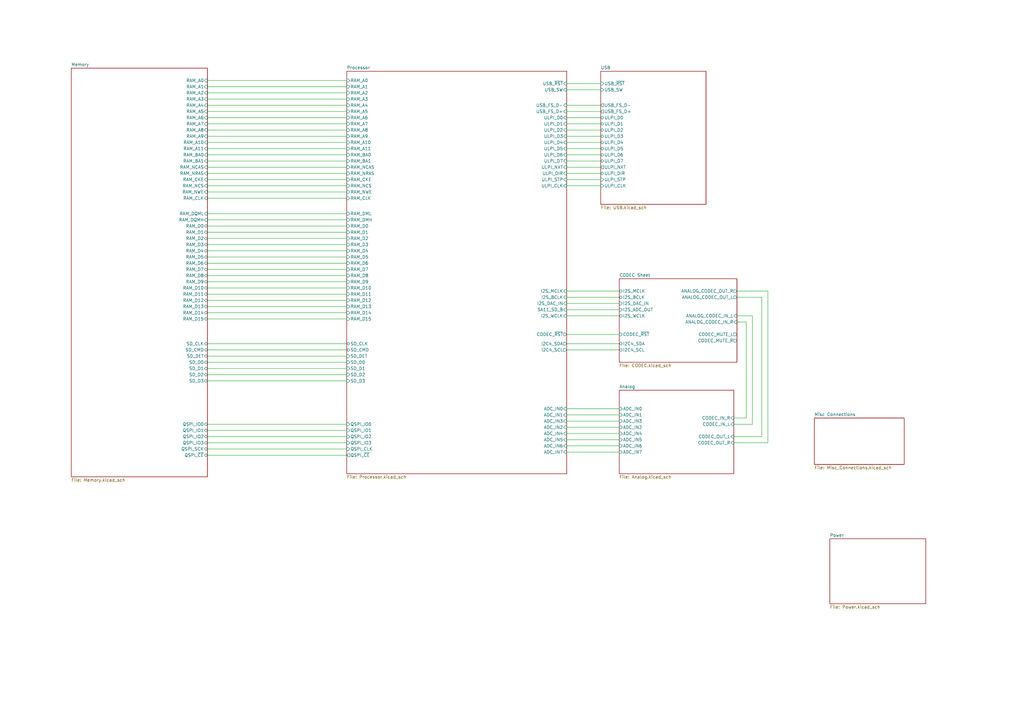
<source format=kicad_sch>
(kicad_sch
	(version 20231120)
	(generator "eeschema")
	(generator_version "8.0")
	(uuid "798c0084-a466-4267-ac47-01c305332886")
	(paper "A3")
	(lib_symbols)
	(wire
		(pts
			(xy 232.41 43.18) (xy 246.38 43.18)
		)
		(stroke
			(width 0)
			(type default)
		)
		(uuid "06ce5a3f-39fe-4ddc-97f4-16c217d2f6b5")
	)
	(wire
		(pts
			(xy 85.09 125.73) (xy 142.24 125.73)
		)
		(stroke
			(width 0)
			(type default)
		)
		(uuid "091727e5-a153-4a59-bf9c-24e3100ac739")
	)
	(wire
		(pts
			(xy 85.09 63.5) (xy 142.24 63.5)
		)
		(stroke
			(width 0)
			(type default)
		)
		(uuid "09901ea2-068c-4742-ae01-d414fec23055")
	)
	(wire
		(pts
			(xy 232.41 60.96) (xy 246.38 60.96)
		)
		(stroke
			(width 0)
			(type default)
		)
		(uuid "0f23ea14-2a9e-46b3-ace9-418f7c43c39e")
	)
	(wire
		(pts
			(xy 232.41 48.26) (xy 246.38 48.26)
		)
		(stroke
			(width 0)
			(type default)
		)
		(uuid "100ba16a-5602-47d2-a2b0-9b626b9f91a8")
	)
	(wire
		(pts
			(xy 232.41 182.88) (xy 254 182.88)
		)
		(stroke
			(width 0)
			(type default)
		)
		(uuid "128cfbf4-3896-49ea-80ba-1082fee1a4c6")
	)
	(wire
		(pts
			(xy 85.09 148.59) (xy 142.24 148.59)
		)
		(stroke
			(width 0)
			(type default)
		)
		(uuid "17b50dcc-370b-468c-ac00-5cc568b1ede6")
	)
	(wire
		(pts
			(xy 232.41 137.16) (xy 254 137.16)
		)
		(stroke
			(width 0)
			(type default)
		)
		(uuid "192b1d54-c25f-4dad-80ee-def684e8f042")
	)
	(wire
		(pts
			(xy 302.26 129.54) (xy 308.61 129.54)
		)
		(stroke
			(width 0)
			(type default)
		)
		(uuid "19846082-1065-4e36-95b0-c3cbc8db7f49")
	)
	(wire
		(pts
			(xy 232.41 50.8) (xy 246.38 50.8)
		)
		(stroke
			(width 0)
			(type default)
		)
		(uuid "1e0527cc-3dd5-42ea-941e-e921707f04c1")
	)
	(wire
		(pts
			(xy 85.09 156.21) (xy 142.24 156.21)
		)
		(stroke
			(width 0)
			(type default)
		)
		(uuid "20917b47-5493-4c52-8870-4b57178d7d11")
	)
	(wire
		(pts
			(xy 85.09 105.41) (xy 142.24 105.41)
		)
		(stroke
			(width 0)
			(type default)
		)
		(uuid "236b4224-085b-4003-8db1-058381ea2377")
	)
	(wire
		(pts
			(xy 85.09 53.34) (xy 142.24 53.34)
		)
		(stroke
			(width 0)
			(type default)
		)
		(uuid "23f0ef04-d266-4319-ad63-9dcb135711f2")
	)
	(wire
		(pts
			(xy 85.09 140.97) (xy 142.24 140.97)
		)
		(stroke
			(width 0)
			(type default)
		)
		(uuid "2aae7ecf-3f05-4e30-894a-a6b8aa55e819")
	)
	(wire
		(pts
			(xy 232.41 76.2) (xy 246.38 76.2)
		)
		(stroke
			(width 0)
			(type default)
		)
		(uuid "2afe1d43-66fc-46f5-922f-074c07e0d8c6")
	)
	(wire
		(pts
			(xy 232.41 180.34) (xy 254 180.34)
		)
		(stroke
			(width 0)
			(type default)
		)
		(uuid "318aa64e-6c50-4420-b49c-41109637ff9e")
	)
	(wire
		(pts
			(xy 300.99 171.45) (xy 306.07 171.45)
		)
		(stroke
			(width 0)
			(type default)
		)
		(uuid "31bb2de8-d617-4aed-8e87-dc02290c87c7")
	)
	(wire
		(pts
			(xy 85.09 151.13) (xy 142.24 151.13)
		)
		(stroke
			(width 0)
			(type default)
		)
		(uuid "32816b7c-da93-4d33-9d80-b7aeaa79407d")
	)
	(wire
		(pts
			(xy 232.41 119.38) (xy 254 119.38)
		)
		(stroke
			(width 0)
			(type default)
		)
		(uuid "341f02c0-92a6-4bbe-a7fe-0c07ee2f14ad")
	)
	(wire
		(pts
			(xy 85.09 102.87) (xy 142.24 102.87)
		)
		(stroke
			(width 0)
			(type default)
		)
		(uuid "3783cf21-92f0-4b7b-9a1c-5e25e711d1e5")
	)
	(wire
		(pts
			(xy 85.09 97.79) (xy 142.24 97.79)
		)
		(stroke
			(width 0)
			(type default)
		)
		(uuid "3b5ef220-f95b-4a42-aed0-cd2d736e6a7a")
	)
	(wire
		(pts
			(xy 306.07 132.08) (xy 302.26 132.08)
		)
		(stroke
			(width 0)
			(type default)
		)
		(uuid "3c6722ba-5ae9-4f5e-9b12-b3aab48c1b26")
	)
	(wire
		(pts
			(xy 312.42 121.92) (xy 312.42 179.07)
		)
		(stroke
			(width 0)
			(type default)
		)
		(uuid "3f4dd824-0083-44c7-afd9-bd9ae029f7c6")
	)
	(wire
		(pts
			(xy 232.41 143.51) (xy 254 143.51)
		)
		(stroke
			(width 0)
			(type default)
		)
		(uuid "410320fb-b5c3-4330-8ed6-6f9ed3f4976f")
	)
	(wire
		(pts
			(xy 308.61 173.99) (xy 300.99 173.99)
		)
		(stroke
			(width 0)
			(type default)
		)
		(uuid "433d6cf5-709a-40eb-8ee5-8a76b08f464b")
	)
	(wire
		(pts
			(xy 85.09 87.63) (xy 142.24 87.63)
		)
		(stroke
			(width 0)
			(type default)
		)
		(uuid "4b1ded95-e74f-466e-a5da-486c513ee5c1")
	)
	(wire
		(pts
			(xy 85.09 92.71) (xy 142.24 92.71)
		)
		(stroke
			(width 0)
			(type default)
		)
		(uuid "4cad250b-6bf0-4574-9529-cc3dceccf9dd")
	)
	(wire
		(pts
			(xy 232.41 127) (xy 254 127)
		)
		(stroke
			(width 0)
			(type default)
		)
		(uuid "50b0e87f-167f-4bf0-bf0b-3131cc8f817a")
	)
	(wire
		(pts
			(xy 232.41 55.88) (xy 246.38 55.88)
		)
		(stroke
			(width 0)
			(type default)
		)
		(uuid "52fd2d99-6738-41f9-a4ef-dc8299314ec1")
	)
	(wire
		(pts
			(xy 232.41 172.72) (xy 254 172.72)
		)
		(stroke
			(width 0)
			(type default)
		)
		(uuid "60588493-ff38-4baf-980e-46dc4bec0a3c")
	)
	(wire
		(pts
			(xy 232.41 63.5) (xy 246.38 63.5)
		)
		(stroke
			(width 0)
			(type default)
		)
		(uuid "614af7d3-4cd0-44e7-b291-12c999d70175")
	)
	(wire
		(pts
			(xy 85.09 186.69) (xy 142.24 186.69)
		)
		(stroke
			(width 0)
			(type default)
		)
		(uuid "62292adf-6e61-48b6-a802-b83d7d72a285")
	)
	(wire
		(pts
			(xy 85.09 107.95) (xy 142.24 107.95)
		)
		(stroke
			(width 0)
			(type default)
		)
		(uuid "640967fb-bb2d-4b8d-945a-a84f60cc0d29")
	)
	(wire
		(pts
			(xy 85.09 71.12) (xy 142.24 71.12)
		)
		(stroke
			(width 0)
			(type default)
		)
		(uuid "641fa45c-4b7b-4515-908e-0798394a65b9")
	)
	(wire
		(pts
			(xy 232.41 177.8) (xy 254 177.8)
		)
		(stroke
			(width 0)
			(type default)
		)
		(uuid "6c6ace8b-f257-4e49-8427-5f545db6a5ca")
	)
	(wire
		(pts
			(xy 85.09 113.03) (xy 142.24 113.03)
		)
		(stroke
			(width 0)
			(type default)
		)
		(uuid "6ca98f66-dff6-4867-8452-f16ce634cfa5")
	)
	(wire
		(pts
			(xy 85.09 123.19) (xy 142.24 123.19)
		)
		(stroke
			(width 0)
			(type default)
		)
		(uuid "6f08aa23-2a50-4a4b-bb97-ec07dcab2118")
	)
	(wire
		(pts
			(xy 312.42 179.07) (xy 300.99 179.07)
		)
		(stroke
			(width 0)
			(type default)
		)
		(uuid "78c4cec4-cc94-4870-8e4d-84e12cf848e4")
	)
	(wire
		(pts
			(xy 85.09 130.81) (xy 142.24 130.81)
		)
		(stroke
			(width 0)
			(type default)
		)
		(uuid "79531d2e-05de-45a3-b5e1-67b045d29d39")
	)
	(wire
		(pts
			(xy 85.09 181.61) (xy 142.24 181.61)
		)
		(stroke
			(width 0)
			(type default)
		)
		(uuid "7b3150cf-c7f4-4c6c-aef7-ee3c3de9031d")
	)
	(wire
		(pts
			(xy 306.07 171.45) (xy 306.07 132.08)
		)
		(stroke
			(width 0)
			(type default)
		)
		(uuid "7ca97c65-6b07-4cc7-a2fe-80b6774ad00c")
	)
	(wire
		(pts
			(xy 232.41 121.92) (xy 254 121.92)
		)
		(stroke
			(width 0)
			(type default)
		)
		(uuid "7ce31b8f-910d-4515-9646-bc923ec09f96")
	)
	(wire
		(pts
			(xy 85.09 35.56) (xy 142.24 35.56)
		)
		(stroke
			(width 0)
			(type default)
		)
		(uuid "80aa04a4-6533-4728-a8c4-56a8adf0acaf")
	)
	(wire
		(pts
			(xy 85.09 184.15) (xy 142.24 184.15)
		)
		(stroke
			(width 0)
			(type default)
		)
		(uuid "819353b6-de00-43f5-8b9d-7f8d33fd13b3")
	)
	(wire
		(pts
			(xy 85.09 173.99) (xy 142.24 173.99)
		)
		(stroke
			(width 0)
			(type default)
		)
		(uuid "83135b78-5682-45ca-9f08-870d7fee29c2")
	)
	(wire
		(pts
			(xy 85.09 38.1) (xy 142.24 38.1)
		)
		(stroke
			(width 0)
			(type default)
		)
		(uuid "8381cacf-befb-4b0a-ab5e-2ddeab241e18")
	)
	(wire
		(pts
			(xy 232.41 66.04) (xy 246.38 66.04)
		)
		(stroke
			(width 0)
			(type default)
		)
		(uuid "890e18c4-5333-48b7-bc88-5a305566583a")
	)
	(wire
		(pts
			(xy 85.09 95.25) (xy 142.24 95.25)
		)
		(stroke
			(width 0)
			(type default)
		)
		(uuid "8b0cb0b8-58da-4cf6-8f92-62ea3c63bf0a")
	)
	(wire
		(pts
			(xy 232.41 53.34) (xy 246.38 53.34)
		)
		(stroke
			(width 0)
			(type default)
		)
		(uuid "8e10bf3c-f5d3-4137-b83e-897ef18cc2e6")
	)
	(wire
		(pts
			(xy 85.09 76.2) (xy 142.24 76.2)
		)
		(stroke
			(width 0)
			(type default)
		)
		(uuid "915a789d-5475-40cc-9ef8-b8e0ef513d44")
	)
	(wire
		(pts
			(xy 85.09 81.28) (xy 142.24 81.28)
		)
		(stroke
			(width 0)
			(type default)
		)
		(uuid "92fcfd93-5665-4e9f-99c2-d0bfa3de8042")
	)
	(wire
		(pts
			(xy 85.09 40.64) (xy 142.24 40.64)
		)
		(stroke
			(width 0)
			(type default)
		)
		(uuid "95c1f4c4-878b-4926-9e31-55e756f05390")
	)
	(wire
		(pts
			(xy 85.09 179.07) (xy 142.24 179.07)
		)
		(stroke
			(width 0)
			(type default)
		)
		(uuid "9718e32e-95eb-4089-b756-d7aafba8ee78")
	)
	(wire
		(pts
			(xy 85.09 78.74) (xy 142.24 78.74)
		)
		(stroke
			(width 0)
			(type default)
		)
		(uuid "9e238578-3de8-47db-ab2b-535a75e2a2a2")
	)
	(wire
		(pts
			(xy 85.09 110.49) (xy 142.24 110.49)
		)
		(stroke
			(width 0)
			(type default)
		)
		(uuid "a09f25be-caff-48ea-9143-120c68a52564")
	)
	(wire
		(pts
			(xy 232.41 175.26) (xy 254 175.26)
		)
		(stroke
			(width 0)
			(type default)
		)
		(uuid "a40e8b9d-b76a-411e-924c-71a9d5e375a2")
	)
	(wire
		(pts
			(xy 85.09 48.26) (xy 142.24 48.26)
		)
		(stroke
			(width 0)
			(type default)
		)
		(uuid "a481c8b8-340b-4f03-9a1c-5a4b5dbf7ae7")
	)
	(wire
		(pts
			(xy 85.09 120.65) (xy 142.24 120.65)
		)
		(stroke
			(width 0)
			(type default)
		)
		(uuid "a4a46e31-ce6f-45d9-9ddc-1dd7b3159eff")
	)
	(wire
		(pts
			(xy 85.09 73.66) (xy 142.24 73.66)
		)
		(stroke
			(width 0)
			(type default)
		)
		(uuid "a868127b-1f42-47a9-a58a-7ec766b48b36")
	)
	(wire
		(pts
			(xy 85.09 33.02) (xy 142.24 33.02)
		)
		(stroke
			(width 0)
			(type default)
		)
		(uuid "aa089e6e-8a82-4dfe-9eaa-abdca174273d")
	)
	(wire
		(pts
			(xy 232.41 36.83) (xy 246.38 36.83)
		)
		(stroke
			(width 0)
			(type default)
		)
		(uuid "aa44d357-1458-4fc1-a997-6b81f2f29ce6")
	)
	(wire
		(pts
			(xy 232.41 140.97) (xy 254 140.97)
		)
		(stroke
			(width 0)
			(type default)
		)
		(uuid "ab1783c6-264f-4ae6-a548-707fde39a89c")
	)
	(wire
		(pts
			(xy 85.09 146.05) (xy 142.24 146.05)
		)
		(stroke
			(width 0)
			(type default)
		)
		(uuid "ae3b65bf-3923-4a96-8651-7bf5902823c7")
	)
	(wire
		(pts
			(xy 314.96 119.38) (xy 302.26 119.38)
		)
		(stroke
			(width 0)
			(type default)
		)
		(uuid "ae45220a-c83c-451b-8169-231106ddaea1")
	)
	(wire
		(pts
			(xy 314.96 181.61) (xy 314.96 119.38)
		)
		(stroke
			(width 0)
			(type default)
		)
		(uuid "b1370269-cf6c-406e-b1a3-3c7ed7fefb2a")
	)
	(wire
		(pts
			(xy 232.41 185.42) (xy 254 185.42)
		)
		(stroke
			(width 0)
			(type default)
		)
		(uuid "b1e47e11-ae2c-4271-b78b-0dda8b5058f9")
	)
	(wire
		(pts
			(xy 85.09 68.58) (xy 142.24 68.58)
		)
		(stroke
			(width 0)
			(type default)
		)
		(uuid "b547a98a-d5d5-4d7f-b265-b0cdd74ee29c")
	)
	(wire
		(pts
			(xy 232.41 170.18) (xy 254 170.18)
		)
		(stroke
			(width 0)
			(type default)
		)
		(uuid "b6d877c3-c512-4ed4-b83f-aca8396867d0")
	)
	(wire
		(pts
			(xy 85.09 153.67) (xy 142.24 153.67)
		)
		(stroke
			(width 0)
			(type default)
		)
		(uuid "ba67f21d-5621-4c3f-b3c4-3d1d6546886c")
	)
	(wire
		(pts
			(xy 232.41 34.29) (xy 246.38 34.29)
		)
		(stroke
			(width 0)
			(type default)
		)
		(uuid "bc8501d9-260c-4915-b018-6e2b1cab08bc")
	)
	(wire
		(pts
			(xy 85.09 58.42) (xy 142.24 58.42)
		)
		(stroke
			(width 0)
			(type default)
		)
		(uuid "be671335-5cf5-4382-82e9-5fe15c029665")
	)
	(wire
		(pts
			(xy 232.41 68.58) (xy 246.38 68.58)
		)
		(stroke
			(width 0)
			(type default)
		)
		(uuid "c57928ae-6b06-4885-b7c3-3f10cc6d7d84")
	)
	(wire
		(pts
			(xy 308.61 129.54) (xy 308.61 173.99)
		)
		(stroke
			(width 0)
			(type default)
		)
		(uuid "c6126b9f-9dac-405f-9037-3945abe78482")
	)
	(wire
		(pts
			(xy 85.09 100.33) (xy 142.24 100.33)
		)
		(stroke
			(width 0)
			(type default)
		)
		(uuid "c697f85b-6fcc-4857-b3a8-689d0eed3a5d")
	)
	(wire
		(pts
			(xy 300.99 181.61) (xy 314.96 181.61)
		)
		(stroke
			(width 0)
			(type default)
		)
		(uuid "c77a1186-ce6d-4005-ab07-50e5a349d7dd")
	)
	(wire
		(pts
			(xy 85.09 143.51) (xy 142.24 143.51)
		)
		(stroke
			(width 0)
			(type default)
		)
		(uuid "c81b79fa-26f0-41a7-8367-840f1a800b04")
	)
	(wire
		(pts
			(xy 232.41 124.46) (xy 254 124.46)
		)
		(stroke
			(width 0)
			(type default)
		)
		(uuid "c9a2dc07-7b62-4016-9cd3-585171b649bf")
	)
	(wire
		(pts
			(xy 232.41 45.72) (xy 246.38 45.72)
		)
		(stroke
			(width 0)
			(type default)
		)
		(uuid "cce8bc7c-7d65-4204-8081-f884d894e95a")
	)
	(wire
		(pts
			(xy 85.09 55.88) (xy 142.24 55.88)
		)
		(stroke
			(width 0)
			(type default)
		)
		(uuid "cdc21a55-cf36-4361-8a26-4e56f73f76c7")
	)
	(wire
		(pts
			(xy 85.09 90.17) (xy 142.24 90.17)
		)
		(stroke
			(width 0)
			(type default)
		)
		(uuid "d566dbb9-99d3-4fd0-ba09-39f3aa0649f7")
	)
	(wire
		(pts
			(xy 85.09 176.53) (xy 142.24 176.53)
		)
		(stroke
			(width 0)
			(type default)
		)
		(uuid "d80d828b-cb9c-4b17-8e61-7946ff7cff12")
	)
	(wire
		(pts
			(xy 232.41 71.12) (xy 246.38 71.12)
		)
		(stroke
			(width 0)
			(type default)
		)
		(uuid "de06fb50-7ae8-42f8-a617-2e3162a4da5e")
	)
	(wire
		(pts
			(xy 232.41 73.66) (xy 246.38 73.66)
		)
		(stroke
			(width 0)
			(type default)
		)
		(uuid "e0638169-a083-4941-b712-f43317000f1a")
	)
	(wire
		(pts
			(xy 85.09 45.72) (xy 142.24 45.72)
		)
		(stroke
			(width 0)
			(type default)
		)
		(uuid "e11aaad3-8565-4527-b5cf-493a53f42c17")
	)
	(wire
		(pts
			(xy 232.41 167.64) (xy 254 167.64)
		)
		(stroke
			(width 0)
			(type default)
		)
		(uuid "e125e66c-3cc5-4ab4-b102-8fafb3793b4d")
	)
	(wire
		(pts
			(xy 85.09 118.11) (xy 142.24 118.11)
		)
		(stroke
			(width 0)
			(type default)
		)
		(uuid "e7ab5b79-5880-4bec-a13a-6228b5e68b92")
	)
	(wire
		(pts
			(xy 232.41 58.42) (xy 246.38 58.42)
		)
		(stroke
			(width 0)
			(type default)
		)
		(uuid "e9f77ab2-d73c-450b-8341-3c97a097af3c")
	)
	(wire
		(pts
			(xy 85.09 60.96) (xy 142.24 60.96)
		)
		(stroke
			(width 0)
			(type default)
		)
		(uuid "ec5fd089-9932-41a0-8243-788c85f06396")
	)
	(wire
		(pts
			(xy 85.09 128.27) (xy 142.24 128.27)
		)
		(stroke
			(width 0)
			(type default)
		)
		(uuid "ecbb0bba-9022-4d5e-b813-7b3c31c609c7")
	)
	(wire
		(pts
			(xy 302.26 121.92) (xy 312.42 121.92)
		)
		(stroke
			(width 0)
			(type default)
		)
		(uuid "ed18c54e-1751-40b3-87b6-2d58245461aa")
	)
	(wire
		(pts
			(xy 85.09 43.18) (xy 142.24 43.18)
		)
		(stroke
			(width 0)
			(type default)
		)
		(uuid "efa37971-8cee-4f2f-9311-e3ef34c060a0")
	)
	(wire
		(pts
			(xy 85.09 50.8) (xy 142.24 50.8)
		)
		(stroke
			(width 0)
			(type default)
		)
		(uuid "f0e13a15-fea4-4d52-8eb5-8d276d507b61")
	)
	(wire
		(pts
			(xy 85.09 66.04) (xy 142.24 66.04)
		)
		(stroke
			(width 0)
			(type default)
		)
		(uuid "f5692f1f-3f65-49ca-b65c-8831fd9d294d")
	)
	(wire
		(pts
			(xy 85.09 115.57) (xy 142.24 115.57)
		)
		(stroke
			(width 0)
			(type default)
		)
		(uuid "f73e7918-307e-4ba8-a9df-26344a9ea869")
	)
	(wire
		(pts
			(xy 232.41 129.54) (xy 254 129.54)
		)
		(stroke
			(width 0)
			(type default)
		)
		(uuid "fe090bd7-adcc-4c25-ae0a-889fd1216fd8")
	)
	(sheet
		(at 142.24 29.21)
		(size 90.17 165.1)
		(fields_autoplaced yes)
		(stroke
			(width 0.1524)
			(type solid)
		)
		(fill
			(color 0 0 0 0.0000)
		)
		(uuid "13c10ade-6f8b-4ad9-9301-2090b7f6bdef")
		(property "Sheetname" "Processor"
			(at 142.24 28.4984 0)
			(effects
				(font
					(size 1.27 1.27)
				)
				(justify left bottom)
			)
		)
		(property "Sheetfile" "Processor.kicad_sch"
			(at 142.24 194.8946 0)
			(effects
				(font
					(size 1.27 1.27)
				)
				(justify left top)
			)
		)
		(pin "RAM_NWE" input
			(at 142.24 78.74 180)
			(effects
				(font
					(size 1.27 1.27)
				)
				(justify left)
			)
			(uuid "f013cc3b-bb6f-4f11-81a9-8e2877077000")
		)
		(pin "RAM_NCS" input
			(at 142.24 76.2 180)
			(effects
				(font
					(size 1.27 1.27)
				)
				(justify left)
			)
			(uuid "29428663-e4de-4f32-a9fc-1dca4f0c525e")
		)
		(pin "RAM_CKE" input
			(at 142.24 73.66 180)
			(effects
				(font
					(size 1.27 1.27)
				)
				(justify left)
			)
			(uuid "ed7ce739-c548-4c1d-83df-2285fdcb01e6")
		)
		(pin "RAM_D2" input
			(at 142.24 97.79 180)
			(effects
				(font
					(size 1.27 1.27)
				)
				(justify left)
			)
			(uuid "ff3f1550-2d77-437b-b5db-15936bad506d")
		)
		(pin "RAM_D3" input
			(at 142.24 100.33 180)
			(effects
				(font
					(size 1.27 1.27)
				)
				(justify left)
			)
			(uuid "9a11eb59-1b36-4272-be6e-fef7c54f2dcf")
		)
		(pin "RAM_D15" input
			(at 142.24 130.81 180)
			(effects
				(font
					(size 1.27 1.27)
				)
				(justify left)
			)
			(uuid "f09b7764-a0b8-40f1-b7fa-622e2071da4d")
		)
		(pin "RAM_D13" input
			(at 142.24 125.73 180)
			(effects
				(font
					(size 1.27 1.27)
				)
				(justify left)
			)
			(uuid "2e48f7d5-c2a8-430f-949d-bd60a1660e4e")
		)
		(pin "RAM_D14" input
			(at 142.24 128.27 180)
			(effects
				(font
					(size 1.27 1.27)
				)
				(justify left)
			)
			(uuid "5188bb16-1aac-49b1-854b-25403dc52ae4")
		)
		(pin "RAM_D0" input
			(at 142.24 92.71 180)
			(effects
				(font
					(size 1.27 1.27)
				)
				(justify left)
			)
			(uuid "e20b5bbc-a3cf-4f4f-990c-c41ed55026aa")
		)
		(pin "RAM_D1" input
			(at 142.24 95.25 180)
			(effects
				(font
					(size 1.27 1.27)
				)
				(justify left)
			)
			(uuid "b70060fb-3faa-4f15-999e-0d295062de6d")
		)
		(pin "RAM_D11" input
			(at 142.24 120.65 180)
			(effects
				(font
					(size 1.27 1.27)
				)
				(justify left)
			)
			(uuid "a7a1f4fd-b9f5-4e4f-a180-14f96595f734")
		)
		(pin "RAM_D10" input
			(at 142.24 118.11 180)
			(effects
				(font
					(size 1.27 1.27)
				)
				(justify left)
			)
			(uuid "eac2e3a7-1bbe-44ea-bd02-c7d80682b87d")
		)
		(pin "RAM_D9" input
			(at 142.24 115.57 180)
			(effects
				(font
					(size 1.27 1.27)
				)
				(justify left)
			)
			(uuid "6283bb7a-11c4-4f9b-959d-31ebfccd0861")
		)
		(pin "RAM_D8" input
			(at 142.24 113.03 180)
			(effects
				(font
					(size 1.27 1.27)
				)
				(justify left)
			)
			(uuid "e89ab2ac-c052-4109-811a-8bf28c96e4b9")
		)
		(pin "RAM_D12" input
			(at 142.24 123.19 180)
			(effects
				(font
					(size 1.27 1.27)
				)
				(justify left)
			)
			(uuid "da9d2fbf-200c-4667-b3e7-7c263621bb19")
		)
		(pin "RAM_D4" input
			(at 142.24 102.87 180)
			(effects
				(font
					(size 1.27 1.27)
				)
				(justify left)
			)
			(uuid "0897e78f-ba7f-477e-b46a-c59e3ff582ca")
		)
		(pin "RAM_D5" input
			(at 142.24 105.41 180)
			(effects
				(font
					(size 1.27 1.27)
				)
				(justify left)
			)
			(uuid "c3109c3c-86c8-4179-90c3-3a1af3bfeff6")
		)
		(pin "RAM_D6" input
			(at 142.24 107.95 180)
			(effects
				(font
					(size 1.27 1.27)
				)
				(justify left)
			)
			(uuid "edd3cbae-62f0-45b3-8488-16c338514f3f")
		)
		(pin "RAM_D7" input
			(at 142.24 110.49 180)
			(effects
				(font
					(size 1.27 1.27)
				)
				(justify left)
			)
			(uuid "0f750a22-06f3-49e4-906c-4bb99bf79819")
		)
		(pin "RAM_A10" input
			(at 142.24 58.42 180)
			(effects
				(font
					(size 1.27 1.27)
				)
				(justify left)
			)
			(uuid "f2f7f3f2-fcfa-4673-86c8-1c0983b59001")
		)
		(pin "RAM_A11" input
			(at 142.24 60.96 180)
			(effects
				(font
					(size 1.27 1.27)
				)
				(justify left)
			)
			(uuid "6a8a72f0-3509-47f6-88fb-b4615e7eba77")
		)
		(pin "SD_D0" input
			(at 142.24 148.59 180)
			(effects
				(font
					(size 1.27 1.27)
				)
				(justify left)
			)
			(uuid "a0ffb7b5-89a7-478a-b5fa-62eef7aa29e0")
		)
		(pin "SD_D1" input
			(at 142.24 151.13 180)
			(effects
				(font
					(size 1.27 1.27)
				)
				(justify left)
			)
			(uuid "d2c8888d-1277-47a5-94e6-abe089a29e9e")
		)
		(pin "RAM_BA0" input
			(at 142.24 63.5 180)
			(effects
				(font
					(size 1.27 1.27)
				)
				(justify left)
			)
			(uuid "5eade42e-57d8-48e0-aaeb-87433767c189")
		)
		(pin "RAM_BA1" input
			(at 142.24 66.04 180)
			(effects
				(font
					(size 1.27 1.27)
				)
				(justify left)
			)
			(uuid "fb202989-0553-4fe9-a01b-cbe062c37e20")
		)
		(pin "SD_D2" input
			(at 142.24 153.67 180)
			(effects
				(font
					(size 1.27 1.27)
				)
				(justify left)
			)
			(uuid "7f96a8af-b51f-4a14-a89c-a9fb75cf6261")
		)
		(pin "RAM_CLK" input
			(at 142.24 81.28 180)
			(effects
				(font
					(size 1.27 1.27)
				)
				(justify left)
			)
			(uuid "8bcc81aa-2bcc-4811-b848-1a9168030312")
		)
		(pin "SD_D3" input
			(at 142.24 156.21 180)
			(effects
				(font
					(size 1.27 1.27)
				)
				(justify left)
			)
			(uuid "c788cbc6-eaa8-41f5-8736-84840175b57e")
		)
		(pin "USB_~{RST}" input
			(at 232.41 34.29 0)
			(effects
				(font
					(size 1.27 1.27)
				)
				(justify right)
			)
			(uuid "6b35a3eb-5ff0-4f87-8076-e0443fc2be3d")
		)
		(pin "RAM_NCAS" input
			(at 142.24 68.58 180)
			(effects
				(font
					(size 1.27 1.27)
				)
				(justify left)
			)
			(uuid "896ab0cf-0066-4c08-8587-f4576a33c224")
		)
		(pin "SD_DET" input
			(at 142.24 146.05 180)
			(effects
				(font
					(size 1.27 1.27)
				)
				(justify left)
			)
			(uuid "84bfcb0b-09d6-4846-89d5-5eb655443950")
		)
		(pin "QSPI_IO0" input
			(at 142.24 173.99 180)
			(effects
				(font
					(size 1.27 1.27)
				)
				(justify left)
			)
			(uuid "c6354326-86e6-4fd9-b367-cf3b9690fdf7")
		)
		(pin "QSPI_IO1" input
			(at 142.24 176.53 180)
			(effects
				(font
					(size 1.27 1.27)
				)
				(justify left)
			)
			(uuid "561176ef-86a6-4e01-896d-486a3f20e081")
		)
		(pin "QSPI_IO2" input
			(at 142.24 179.07 180)
			(effects
				(font
					(size 1.27 1.27)
				)
				(justify left)
			)
			(uuid "331b560a-f990-4994-90a8-976e370e5a47")
		)
		(pin "QSPI_IO3" input
			(at 142.24 181.61 180)
			(effects
				(font
					(size 1.27 1.27)
				)
				(justify left)
			)
			(uuid "12c5d161-d10a-44ea-a0fa-3ca7e20b68db")
		)
		(pin "QSPI_CLK" input
			(at 142.24 184.15 180)
			(effects
				(font
					(size 1.27 1.27)
				)
				(justify left)
			)
			(uuid "c8d81e17-e571-4e3e-8d35-6e830c958f8f")
		)
		(pin "RAM_NRAS" input
			(at 142.24 71.12 180)
			(effects
				(font
					(size 1.27 1.27)
				)
				(justify left)
			)
			(uuid "af422eea-7daa-415b-a38d-15a6051239ca")
		)
		(pin "RAM_A6" input
			(at 142.24 48.26 180)
			(effects
				(font
					(size 1.27 1.27)
				)
				(justify left)
			)
			(uuid "16623bc6-5fc6-4196-962d-9e1c6870ff0d")
		)
		(pin "RAM_A7" input
			(at 142.24 50.8 180)
			(effects
				(font
					(size 1.27 1.27)
				)
				(justify left)
			)
			(uuid "2567c1c3-defc-49ed-a515-bd8e847cf2f2")
		)
		(pin "RAM_A8" input
			(at 142.24 53.34 180)
			(effects
				(font
					(size 1.27 1.27)
				)
				(justify left)
			)
			(uuid "ec4f0897-4475-4976-a025-d4497dcebe8d")
		)
		(pin "RAM_A9" input
			(at 142.24 55.88 180)
			(effects
				(font
					(size 1.27 1.27)
				)
				(justify left)
			)
			(uuid "5f07d904-d21b-414f-8442-bd1cd82a4a52")
		)
		(pin "RAM_DML" input
			(at 142.24 87.63 180)
			(effects
				(font
					(size 1.27 1.27)
				)
				(justify left)
			)
			(uuid "0b498ef6-70b8-48ba-b6c9-086d47213711")
		)
		(pin "RAM_DMH" input
			(at 142.24 90.17 180)
			(effects
				(font
					(size 1.27 1.27)
				)
				(justify left)
			)
			(uuid "d67198f8-3698-4e87-a54c-b4496793bc1a")
		)
		(pin "I2S_MCLK" input
			(at 232.41 119.38 0)
			(effects
				(font
					(size 1.27 1.27)
				)
				(justify right)
			)
			(uuid "b1f9f894-991d-4ea6-9ef6-58afd03c115c")
		)
		(pin "SA11_SD_B" input
			(at 232.41 127 0)
			(effects
				(font
					(size 1.27 1.27)
				)
				(justify right)
			)
			(uuid "fffb5e79-c425-43aa-9a3c-366269080447")
		)
		(pin "I2S_WCLK" input
			(at 232.41 129.54 0)
			(effects
				(font
					(size 1.27 1.27)
				)
				(justify right)
			)
			(uuid "edf09712-ee82-4caa-b4ae-0f1d9bc7192b")
		)
		(pin "I2S_BCLK" input
			(at 232.41 121.92 0)
			(effects
				(font
					(size 1.27 1.27)
				)
				(justify right)
			)
			(uuid "32cd0cbf-7199-43c0-8318-169d62f4b8a6")
		)
		(pin "I2S_DAC_IN" input
			(at 232.41 124.46 0)
			(effects
				(font
					(size 1.27 1.27)
				)
				(justify right)
			)
			(uuid "f3836c1b-d966-4139-9b71-d96b626a70d0")
		)
		(pin "RAM_A1" input
			(at 142.24 35.56 180)
			(effects
				(font
					(size 1.27 1.27)
				)
				(justify left)
			)
			(uuid "017e01cc-0f21-4c7f-9556-a02ba05a78ee")
		)
		(pin "RAM_A2" input
			(at 142.24 38.1 180)
			(effects
				(font
					(size 1.27 1.27)
				)
				(justify left)
			)
			(uuid "e994ed46-7cf2-439e-a49b-2213196ef9f9")
		)
		(pin "RAM_A3" input
			(at 142.24 40.64 180)
			(effects
				(font
					(size 1.27 1.27)
				)
				(justify left)
			)
			(uuid "b1008756-7764-418e-a62d-557d7ea3a4c4")
		)
		(pin "RAM_A4" input
			(at 142.24 43.18 180)
			(effects
				(font
					(size 1.27 1.27)
				)
				(justify left)
			)
			(uuid "89e777f6-00f9-4436-a857-5fd779e947b8")
		)
		(pin "RAM_A5" input
			(at 142.24 45.72 180)
			(effects
				(font
					(size 1.27 1.27)
				)
				(justify left)
			)
			(uuid "a4ba8735-6e48-4d56-9d0d-951744e953c3")
		)
		(pin "RAM_A0" input
			(at 142.24 33.02 180)
			(effects
				(font
					(size 1.27 1.27)
				)
				(justify left)
			)
			(uuid "d67fa86f-f9b7-467d-83d4-b005979d7c71")
		)
		(pin "QSPI_~{CE}" output
			(at 142.24 186.69 180)
			(effects
				(font
					(size 1.27 1.27)
				)
				(justify left)
			)
			(uuid "3b003c8a-0a38-4ca1-b827-57b564241742")
		)
		(pin "SD_CLK" bidirectional
			(at 142.24 140.97 180)
			(effects
				(font
					(size 1.27 1.27)
				)
				(justify left)
			)
			(uuid "63b35b88-3afb-4458-b912-47726cd1cf72")
		)
		(pin "SD_CMD" bidirectional
			(at 142.24 143.51 180)
			(effects
				(font
					(size 1.27 1.27)
				)
				(justify left)
			)
			(uuid "f2009d59-ee43-4936-8ad3-caa4b5c2ceb1")
		)
		(pin "I2C4_SCL" output
			(at 232.41 143.51 0)
			(effects
				(font
					(size 1.27 1.27)
				)
				(justify right)
			)
			(uuid "aea7162a-064c-426b-9536-f8ce1ec56ae0")
		)
		(pin "I2C4_SDA" output
			(at 232.41 140.97 0)
			(effects
				(font
					(size 1.27 1.27)
				)
				(justify right)
			)
			(uuid "834d6be9-4ad4-422f-978a-49cf602a7a60")
		)
		(pin "CODEC_~{RST}" output
			(at 232.41 137.16 0)
			(effects
				(font
					(size 1.27 1.27)
				)
				(justify right)
			)
			(uuid "e1e47e9b-a048-4b55-98c1-e4bf72cd95e5")
		)
		(pin "ADC_IN7" input
			(at 232.41 185.42 0)
			(effects
				(font
					(size 1.27 1.27)
				)
				(justify right)
			)
			(uuid "89065a21-f72c-4924-ac9c-fbceea774330")
		)
		(pin "ADC_IN1" input
			(at 232.41 170.18 0)
			(effects
				(font
					(size 1.27 1.27)
				)
				(justify right)
			)
			(uuid "3215c36f-e32f-4b64-8dfd-f31515f8355e")
		)
		(pin "ADC_IN3" input
			(at 232.41 172.72 0)
			(effects
				(font
					(size 1.27 1.27)
				)
				(justify right)
			)
			(uuid "8b41d3e8-a1cd-40c9-8517-bf23eac4fe5c")
		)
		(pin "ADC_IN0" input
			(at 232.41 167.64 0)
			(effects
				(font
					(size 1.27 1.27)
				)
				(justify right)
			)
			(uuid "d196d9fb-9a48-4737-ac9a-23821f80824a")
		)
		(pin "ADC_IN4" input
			(at 232.41 177.8 0)
			(effects
				(font
					(size 1.27 1.27)
				)
				(justify right)
			)
			(uuid "97beb364-4534-449a-b3be-3d2b81e87802")
		)
		(pin "ADC_IN2" input
			(at 232.41 175.26 0)
			(effects
				(font
					(size 1.27 1.27)
				)
				(justify right)
			)
			(uuid "86ad5546-5347-4c04-89f6-2e5b9fe37adc")
		)
		(pin "ADC_IN6" input
			(at 232.41 182.88 0)
			(effects
				(font
					(size 1.27 1.27)
				)
				(justify right)
			)
			(uuid "6697ed12-62f7-41ca-b3d7-71434f0f5bcb")
		)
		(pin "ADC_IN5" input
			(at 232.41 180.34 0)
			(effects
				(font
					(size 1.27 1.27)
				)
				(justify right)
			)
			(uuid "b7b2d25a-3732-46ac-a7bf-dfa9730c6625")
		)
		(pin "ULPI_STP" input
			(at 232.41 73.66 0)
			(effects
				(font
					(size 1.27 1.27)
				)
				(justify right)
			)
			(uuid "5f388d91-53ac-4fe0-afab-8e73f450eb13")
		)
		(pin "ULPI_DIR" input
			(at 232.41 71.12 0)
			(effects
				(font
					(size 1.27 1.27)
				)
				(justify right)
			)
			(uuid "1ba55374-7f52-499a-a9c9-37be27f6ae43")
		)
		(pin "ULPI_NXT" input
			(at 232.41 68.58 0)
			(effects
				(font
					(size 1.27 1.27)
				)
				(justify right)
			)
			(uuid "f651e6b1-ee7e-4e17-82dc-f8e8c3c8189c")
		)
		(pin "ULPI_D3" input
			(at 232.41 55.88 0)
			(effects
				(font
					(size 1.27 1.27)
				)
				(justify right)
			)
			(uuid "e7bc12b9-ad74-4cc8-bc41-9635baea9fed")
		)
		(pin "ULPI_D4" input
			(at 232.41 58.42 0)
			(effects
				(font
					(size 1.27 1.27)
				)
				(justify right)
			)
			(uuid "56417b56-4fea-486b-889d-c7823e7f967d")
		)
		(pin "ULPI_D5" input
			(at 232.41 60.96 0)
			(effects
				(font
					(size 1.27 1.27)
				)
				(justify right)
			)
			(uuid "1111b753-6a05-4841-8bf0-8f6bc3bac4b7")
		)
		(pin "ULPI_D6" input
			(at 232.41 63.5 0)
			(effects
				(font
					(size 1.27 1.27)
				)
				(justify right)
			)
			(uuid "892fed15-de07-42c2-85ef-b57d11150f03")
		)
		(pin "USB_SW" input
			(at 232.41 36.83 0)
			(effects
				(font
					(size 1.27 1.27)
				)
				(justify right)
			)
			(uuid "813be503-deaa-481d-aa94-7a01e7f029ab")
		)
		(pin "ULPI_D1" input
			(at 232.41 50.8 0)
			(effects
				(font
					(size 1.27 1.27)
				)
				(justify right)
			)
			(uuid "2b9b97b3-02b8-4921-8fcb-d87aa8cafa4f")
		)
		(pin "ULPI_D2" input
			(at 232.41 53.34 0)
			(effects
				(font
					(size 1.27 1.27)
				)
				(justify right)
			)
			(uuid "2e7d12d2-e1a8-42cf-b963-ae9995cd67c4")
		)
		(pin "ULPI_D7" input
			(at 232.41 66.04 0)
			(effects
				(font
					(size 1.27 1.27)
				)
				(justify right)
			)
			(uuid "053ef98f-69f4-44b0-9ffd-a0dcf595f04f")
		)
		(pin "ULPI_CLK" input
			(at 232.41 76.2 0)
			(effects
				(font
					(size 1.27 1.27)
				)
				(justify right)
			)
			(uuid "ca9787d6-99e0-4d0f-b383-f739f68c3b8d")
		)
		(pin "USB_FS_D-" input
			(at 232.41 43.18 0)
			(effects
				(font
					(size 1.27 1.27)
				)
				(justify right)
			)
			(uuid "1700ee06-4966-4701-90b7-bc087ffe1969")
		)
		(pin "USB_FS_D+" input
			(at 232.41 45.72 0)
			(effects
				(font
					(size 1.27 1.27)
				)
				(justify right)
			)
			(uuid "bf9283f3-b1e7-48c2-8db1-2a64a0c90872")
		)
		(pin "ULPI_D0" input
			(at 232.41 48.26 0)
			(effects
				(font
					(size 1.27 1.27)
				)
				(justify right)
			)
			(uuid "f56fb4d0-f255-43d6-9564-18556b47aebf")
		)
		(instances
			(project "DSP_V0_1"
				(path "/798c0084-a466-4267-ac47-01c305332886"
					(page "2")
				)
			)
		)
	)
	(sheet
		(at 254 114.3)
		(size 48.26 34.29)
		(fields_autoplaced yes)
		(stroke
			(width 0.1524)
			(type solid)
		)
		(fill
			(color 0 0 0 0.0000)
		)
		(uuid "6b2167c9-beb0-47ef-9b56-a8a49343f0a9")
		(property "Sheetname" "CODEC Sheet"
			(at 254 113.5884 0)
			(effects
				(font
					(size 1.27 1.27)
				)
				(justify left bottom)
			)
		)
		(property "Sheetfile" "CODEC.kicad_sch"
			(at 254 149.1746 0)
			(effects
				(font
					(size 1.27 1.27)
				)
				(justify left top)
			)
		)
		(pin "I2S_MCLK" bidirectional
			(at 254 119.38 180)
			(effects
				(font
					(size 1.27 1.27)
				)
				(justify left)
			)
			(uuid "30803246-49bb-42a3-8d52-08b1eee9bfb8")
		)
		(pin "CODEC_~{RST}" input
			(at 254 137.16 180)
			(effects
				(font
					(size 1.27 1.27)
				)
				(justify left)
			)
			(uuid "3c091ea1-fb67-4af2-8f83-69440dbf6977")
		)
		(pin "I2S_BCLK" bidirectional
			(at 254 121.92 180)
			(effects
				(font
					(size 1.27 1.27)
				)
				(justify left)
			)
			(uuid "39f1112e-13ec-4309-b978-bd82583b8059")
		)
		(pin "ANALOG_CODEC_IN_L" input
			(at 302.26 129.54 0)
			(effects
				(font
					(size 1.27 1.27)
				)
				(justify right)
			)
			(uuid "6c1540b2-61cb-4c43-9f08-ccdb2ad82543")
		)
		(pin "I2S_DAC_IN" input
			(at 254 124.46 180)
			(effects
				(font
					(size 1.27 1.27)
				)
				(justify left)
			)
			(uuid "1fde1b12-fbd3-40f6-b80b-819f612fcd87")
		)
		(pin "ANALOG_CODEC_IN_R" input
			(at 302.26 132.08 0)
			(effects
				(font
					(size 1.27 1.27)
				)
				(justify right)
			)
			(uuid "b68fa967-585a-49c2-a635-4b0949d96b38")
		)
		(pin "I2S_WCLK" bidirectional
			(at 254 129.54 180)
			(effects
				(font
					(size 1.27 1.27)
				)
				(justify left)
			)
			(uuid "e9f78c16-b85f-4444-ae7c-5ceb2e3ef376")
		)
		(pin "I2C4_SDA" bidirectional
			(at 254 140.97 180)
			(effects
				(font
					(size 1.27 1.27)
				)
				(justify left)
			)
			(uuid "8d5243d3-2c60-4cf9-ae18-75e2b1f20d74")
		)
		(pin "I2C4_SCL" bidirectional
			(at 254 143.51 180)
			(effects
				(font
					(size 1.27 1.27)
				)
				(justify left)
			)
			(uuid "3598eef2-1a5c-481b-80c7-67856e45fc3f")
		)
		(pin "CODEC_MUTE_R" output
			(at 302.26 139.7 0)
			(effects
				(font
					(size 1.27 1.27)
				)
				(justify right)
			)
			(uuid "60f7ff25-1a56-45a9-8758-7ea251d42863")
		)
		(pin "I2S_ADC_OUT" input
			(at 254 127 180)
			(effects
				(font
					(size 1.27 1.27)
				)
				(justify left)
			)
			(uuid "6eb01ea4-c0d5-4e35-b70e-f499bafc5ee3")
		)
		(pin "CODEC_MUTE_L" output
			(at 302.26 137.16 0)
			(effects
				(font
					(size 1.27 1.27)
				)
				(justify right)
			)
			(uuid "80e42da7-dca9-4981-a784-667cea95062f")
		)
		(pin "ANALOG_CODEC_OUT_R" output
			(at 302.26 119.38 0)
			(effects
				(font
					(size 1.27 1.27)
				)
				(justify right)
			)
			(uuid "c57e6ba0-87b9-4aca-8420-8e751cbbb228")
		)
		(pin "ANALOG_CODEC_OUT_L" output
			(at 302.26 121.92 0)
			(effects
				(font
					(size 1.27 1.27)
				)
				(justify right)
			)
			(uuid "4c6a39fc-88f5-4dc5-a28d-8a68844770e2")
		)
		(instances
			(project "DSP_V0_1"
				(path "/798c0084-a466-4267-ac47-01c305332886"
					(page "5")
				)
			)
		)
	)
	(sheet
		(at 340.36 220.98)
		(size 39.37 26.67)
		(fields_autoplaced yes)
		(stroke
			(width 0.1524)
			(type solid)
		)
		(fill
			(color 0 0 0 0.0000)
		)
		(uuid "78a4ac7c-9cd6-442f-9740-ec4bb522815d")
		(property "Sheetname" "Power"
			(at 340.36 220.2684 0)
			(effects
				(font
					(size 1.27 1.27)
				)
				(justify left bottom)
			)
		)
		(property "Sheetfile" "Power.kicad_sch"
			(at 340.36 248.2346 0)
			(effects
				(font
					(size 1.27 1.27)
				)
				(justify left top)
			)
		)
		(instances
			(project "DSP_V0_1"
				(path "/798c0084-a466-4267-ac47-01c305332886"
					(page "6")
				)
			)
		)
	)
	(sheet
		(at 29.21 27.94)
		(size 55.88 167.64)
		(fields_autoplaced yes)
		(stroke
			(width 0.1524)
			(type solid)
		)
		(fill
			(color 0 0 0 0.0000)
		)
		(uuid "8cb36729-1639-4bb5-a188-4d49888ed44b")
		(property "Sheetname" "Memory"
			(at 29.21 27.2284 0)
			(effects
				(font
					(size 1.27 1.27)
				)
				(justify left bottom)
			)
		)
		(property "Sheetfile" "Memory.kicad_sch"
			(at 29.21 196.1646 0)
			(effects
				(font
					(size 1.27 1.27)
				)
				(justify left top)
			)
		)
		(property "Field2" ""
			(at 29.21 27.94 0)
			(effects
				(font
					(size 1.27 1.27)
				)
				(hide yes)
			)
		)
		(pin "RAM_D15" bidirectional
			(at 85.09 130.81 0)
			(effects
				(font
					(size 1.27 1.27)
				)
				(justify right)
			)
			(uuid "fc7025ea-22ec-4539-bd77-600cf370fa5d")
		)
		(pin "RAM_D14" bidirectional
			(at 85.09 128.27 0)
			(effects
				(font
					(size 1.27 1.27)
				)
				(justify right)
			)
			(uuid "4b071825-fef2-4857-8b1f-b4129e7065dc")
		)
		(pin "RAM_D13" bidirectional
			(at 85.09 125.73 0)
			(effects
				(font
					(size 1.27 1.27)
				)
				(justify right)
			)
			(uuid "177eae44-d50e-4e34-aa2e-21ab407e3fbe")
		)
		(pin "RAM_D7" bidirectional
			(at 85.09 110.49 0)
			(effects
				(font
					(size 1.27 1.27)
				)
				(justify right)
			)
			(uuid "3a9ffd6f-995f-411e-b3a9-e9a73212f9ad")
		)
		(pin "RAM_D2" bidirectional
			(at 85.09 97.79 0)
			(effects
				(font
					(size 1.27 1.27)
				)
				(justify right)
			)
			(uuid "28580c56-efb6-4780-aaef-22a3e6708296")
		)
		(pin "RAM_D1" bidirectional
			(at 85.09 95.25 0)
			(effects
				(font
					(size 1.27 1.27)
				)
				(justify right)
			)
			(uuid "b3c43709-2b94-4704-856b-268231ec2a7b")
		)
		(pin "RAM_D12" bidirectional
			(at 85.09 123.19 0)
			(effects
				(font
					(size 1.27 1.27)
				)
				(justify right)
			)
			(uuid "23c23f1c-dffa-4c66-a061-96d1fb72a9de")
		)
		(pin "RAM_D11" bidirectional
			(at 85.09 120.65 0)
			(effects
				(font
					(size 1.27 1.27)
				)
				(justify right)
			)
			(uuid "43a76a8a-3419-4192-a96b-366b5f87f109")
		)
		(pin "RAM_D4" bidirectional
			(at 85.09 102.87 0)
			(effects
				(font
					(size 1.27 1.27)
				)
				(justify right)
			)
			(uuid "f28b91c0-da08-4611-a675-da95fb54e2bb")
		)
		(pin "RAM_D3" bidirectional
			(at 85.09 100.33 0)
			(effects
				(font
					(size 1.27 1.27)
				)
				(justify right)
			)
			(uuid "fa704d74-3af6-481b-868f-b3e5dc146571")
		)
		(pin "RAM_D10" bidirectional
			(at 85.09 118.11 0)
			(effects
				(font
					(size 1.27 1.27)
				)
				(justify right)
			)
			(uuid "c06afab8-cf8a-46d2-bba3-a903af819086")
		)
		(pin "RAM_D9" bidirectional
			(at 85.09 115.57 0)
			(effects
				(font
					(size 1.27 1.27)
				)
				(justify right)
			)
			(uuid "4e51b3dc-ebeb-49c3-99b0-0ee67706a4c2")
		)
		(pin "RAM_D6" bidirectional
			(at 85.09 107.95 0)
			(effects
				(font
					(size 1.27 1.27)
				)
				(justify right)
			)
			(uuid "d24a186d-d166-4597-813d-9247217867c3")
		)
		(pin "RAM_D5" bidirectional
			(at 85.09 105.41 0)
			(effects
				(font
					(size 1.27 1.27)
				)
				(justify right)
			)
			(uuid "276f2a10-494b-46aa-bd8b-efac07c3c754")
		)
		(pin "RAM_D8" bidirectional
			(at 85.09 113.03 0)
			(effects
				(font
					(size 1.27 1.27)
				)
				(justify right)
			)
			(uuid "9b1bdff9-ec01-4bee-800a-01a945907b30")
		)
		(pin "RAM_D0" bidirectional
			(at 85.09 92.71 0)
			(effects
				(font
					(size 1.27 1.27)
				)
				(justify right)
			)
			(uuid "e2bf7a6c-7492-4840-a5da-0185dfea7aef")
		)
		(pin "RAM_A2" input
			(at 85.09 38.1 0)
			(effects
				(font
					(size 1.27 1.27)
				)
				(justify right)
			)
			(uuid "056bd495-efd5-4788-94ac-6afe9a52ef78")
		)
		(pin "RAM_A3" input
			(at 85.09 40.64 0)
			(effects
				(font
					(size 1.27 1.27)
				)
				(justify right)
			)
			(uuid "821ecca8-1764-4d41-9bda-0c962c0e91a0")
		)
		(pin "RAM_A4" input
			(at 85.09 43.18 0)
			(effects
				(font
					(size 1.27 1.27)
				)
				(justify right)
			)
			(uuid "4a809fb0-abae-470a-9c4d-7d0f3fabe0f3")
		)
		(pin "RAM_A5" input
			(at 85.09 45.72 0)
			(effects
				(font
					(size 1.27 1.27)
				)
				(justify right)
			)
			(uuid "7bf90fd5-94ef-4042-990d-6a2cc66f941e")
		)
		(pin "RAM_A10" input
			(at 85.09 58.42 0)
			(effects
				(font
					(size 1.27 1.27)
				)
				(justify right)
			)
			(uuid "7aa42fc4-c9b7-4e83-b237-57115077a27e")
		)
		(pin "RAM_CLK" input
			(at 85.09 81.28 0)
			(effects
				(font
					(size 1.27 1.27)
				)
				(justify right)
			)
			(uuid "a42b80ce-f173-4358-a561-32e9506db65e")
		)
		(pin "RAM_CKE" input
			(at 85.09 73.66 0)
			(effects
				(font
					(size 1.27 1.27)
				)
				(justify right)
			)
			(uuid "6f29079a-c5f6-493b-bc90-a97a4e186654")
		)
		(pin "RAM_NCAS" input
			(at 85.09 68.58 0)
			(effects
				(font
					(size 1.27 1.27)
				)
				(justify right)
			)
			(uuid "97095ac8-e7ba-4454-b0c6-1090718c5759")
		)
		(pin "RAM_NRAS" input
			(at 85.09 71.12 0)
			(effects
				(font
					(size 1.27 1.27)
				)
				(justify right)
			)
			(uuid "7b0486bf-6287-4f0a-95f5-3659776a7f1e")
		)
		(pin "RAM_NWE" input
			(at 85.09 78.74 0)
			(effects
				(font
					(size 1.27 1.27)
				)
				(justify right)
			)
			(uuid "cea3d0da-9e01-4a9a-a52c-fecbe86e3a97")
		)
		(pin "RAM_A0" input
			(at 85.09 33.02 0)
			(effects
				(font
					(size 1.27 1.27)
				)
				(justify right)
			)
			(uuid "d8c032fb-6899-4f8d-bea3-c489b8d9e87c")
		)
		(pin "RAM_A1" input
			(at 85.09 35.56 0)
			(effects
				(font
					(size 1.27 1.27)
				)
				(justify right)
			)
			(uuid "95d98998-0b01-4ef2-b599-e9847dbc1778")
		)
		(pin "RAM_A6" input
			(at 85.09 48.26 0)
			(effects
				(font
					(size 1.27 1.27)
				)
				(justify right)
			)
			(uuid "86a30cab-f160-4408-b361-7a16da17c3d3")
		)
		(pin "RAM_A7" input
			(at 85.09 50.8 0)
			(effects
				(font
					(size 1.27 1.27)
				)
				(justify right)
			)
			(uuid "bfc6f95e-9fb1-4a37-9bbb-b8b4b672e115")
		)
		(pin "RAM_A8" input
			(at 85.09 53.34 0)
			(effects
				(font
					(size 1.27 1.27)
				)
				(justify right)
			)
			(uuid "a80942cd-f58b-4013-9415-204391246c4f")
		)
		(pin "RAM_A9" input
			(at 85.09 55.88 0)
			(effects
				(font
					(size 1.27 1.27)
				)
				(justify right)
			)
			(uuid "e564dd68-529a-4e80-94dd-ea2dd1b5b2e4")
		)
		(pin "RAM_A11" input
			(at 85.09 60.96 0)
			(effects
				(font
					(size 1.27 1.27)
				)
				(justify right)
			)
			(uuid "febe3734-d5db-413b-9ec6-8c611adebef2")
		)
		(pin "RAM_BA0" input
			(at 85.09 63.5 0)
			(effects
				(font
					(size 1.27 1.27)
				)
				(justify right)
			)
			(uuid "cb3e5b06-e133-4c1a-9225-d13029bac4cf")
		)
		(pin "RAM_BA1" input
			(at 85.09 66.04 0)
			(effects
				(font
					(size 1.27 1.27)
				)
				(justify right)
			)
			(uuid "c286cdb9-8529-430c-8bd2-1fc17dc14981")
		)
		(pin "RAM_NCS" input
			(at 85.09 76.2 0)
			(effects
				(font
					(size 1.27 1.27)
				)
				(justify right)
			)
			(uuid "dd1a0e79-f0b1-44c5-b84b-f87b5973cb5d")
		)
		(pin "RAM_DQML" input
			(at 85.09 87.63 0)
			(effects
				(font
					(size 1.27 1.27)
				)
				(justify right)
			)
			(uuid "7dd8a0f0-1e1e-4f95-bf85-1e0e7d767a82")
		)
		(pin "RAM_DQMH" input
			(at 85.09 90.17 0)
			(effects
				(font
					(size 1.27 1.27)
				)
				(justify right)
			)
			(uuid "33dc5e4f-9e24-4847-bd3d-a19e15a95e35")
		)
		(pin "QSPI_IO2" bidirectional
			(at 85.09 179.07 0)
			(effects
				(font
					(size 1.27 1.27)
				)
				(justify right)
			)
			(uuid "93ce7550-35f3-4350-b037-5cc19583b32b")
		)
		(pin "QSPI_IO1" bidirectional
			(at 85.09 176.53 0)
			(effects
				(font
					(size 1.27 1.27)
				)
				(justify right)
			)
			(uuid "8bb78f4c-aa34-41ba-b9c3-46dac82378c5")
		)
		(pin "QSPI_~{CE}" bidirectional
			(at 85.09 186.69 0)
			(effects
				(font
					(size 1.27 1.27)
				)
				(justify right)
			)
			(uuid "fa76ddbd-6fb0-4b39-85ab-c9366274f6a6")
		)
		(pin "QSPI_IO0" bidirectional
			(at 85.09 173.99 0)
			(effects
				(font
					(size 1.27 1.27)
				)
				(justify right)
			)
			(uuid "d7d81314-5468-4e65-a4cf-06d95a4dd8aa")
		)
		(pin "QSPI_IO3" bidirectional
			(at 85.09 181.61 0)
			(effects
				(font
					(size 1.27 1.27)
				)
				(justify right)
			)
			(uuid "dcc9ca4b-6070-469e-a24a-44cb3016f86b")
		)
		(pin "QSPI_SCK" bidirectional
			(at 85.09 184.15 0)
			(effects
				(font
					(size 1.27 1.27)
				)
				(justify right)
			)
			(uuid "989f834a-3cc0-4850-b390-b6198c8cc5f9")
		)
		(pin "SD_D0" bidirectional
			(at 85.09 148.59 0)
			(effects
				(font
					(size 1.27 1.27)
				)
				(justify right)
			)
			(uuid "b863676c-3918-4ff8-a3ab-36e4c6781dcb")
		)
		(pin "SD_DET" bidirectional
			(at 85.09 146.05 0)
			(effects
				(font
					(size 1.27 1.27)
				)
				(justify right)
			)
			(uuid "45e9245a-33df-4f98-a34e-9d6e7e0a3edf")
		)
		(pin "SD_D3" bidirectional
			(at 85.09 156.21 0)
			(effects
				(font
					(size 1.27 1.27)
				)
				(justify right)
			)
			(uuid "5f6c7b1d-d075-4612-bcb0-505e3f4eacba")
		)
		(pin "SD_CMD" bidirectional
			(at 85.09 143.51 0)
			(effects
				(font
					(size 1.27 1.27)
				)
				(justify right)
			)
			(uuid "c90913f6-b39e-4987-8b5d-5809db16c4e9")
		)
		(pin "SD_D1" bidirectional
			(at 85.09 151.13 0)
			(effects
				(font
					(size 1.27 1.27)
				)
				(justify right)
			)
			(uuid "8cf9ddb3-fde3-46b0-9cb2-16efe493e0a0")
		)
		(pin "SD_D2" bidirectional
			(at 85.09 153.67 0)
			(effects
				(font
					(size 1.27 1.27)
				)
				(justify right)
			)
			(uuid "82fd7fa8-163c-4355-9715-42083f9af70c")
		)
		(pin "SD_CLK" bidirectional
			(at 85.09 140.97 0)
			(effects
				(font
					(size 1.27 1.27)
				)
				(justify right)
			)
			(uuid "179e540c-a812-487c-a827-cff257190548")
		)
		(instances
			(project "DSP_V0_1"
				(path "/798c0084-a466-4267-ac47-01c305332886"
					(page "3")
				)
			)
		)
	)
	(sheet
		(at 254 160.02)
		(size 46.99 34.29)
		(fields_autoplaced yes)
		(stroke
			(width 0.1524)
			(type solid)
		)
		(fill
			(color 0 0 0 0.0000)
		)
		(uuid "c6ec047f-81b2-4a3d-97d2-88097bb21dc5")
		(property "Sheetname" "Analog"
			(at 254 159.3084 0)
			(effects
				(font
					(size 1.27 1.27)
				)
				(justify left bottom)
			)
		)
		(property "Sheetfile" "Analog.kicad_sch"
			(at 254 194.8946 0)
			(effects
				(font
					(size 1.27 1.27)
				)
				(justify left top)
			)
		)
		(pin "ADC_IN2" input
			(at 254 175.26 180)
			(effects
				(font
					(size 1.27 1.27)
				)
				(justify left)
			)
			(uuid "7058ff50-208e-44a6-a633-39c2cf88b7ae")
		)
		(pin "ADC_IN4" input
			(at 254 177.8 180)
			(effects
				(font
					(size 1.27 1.27)
				)
				(justify left)
			)
			(uuid "0c8f41e5-62c4-402f-a378-73a011f963a4")
		)
		(pin "CODEC_IN_R" input
			(at 300.99 171.45 0)
			(effects
				(font
					(size 1.27 1.27)
				)
				(justify right)
			)
			(uuid "52c4a9be-daa6-46b5-98a5-bf50cee30943")
		)
		(pin "CODEC_IN_L" input
			(at 300.99 173.99 0)
			(effects
				(font
					(size 1.27 1.27)
				)
				(justify right)
			)
			(uuid "d975cbc7-cb5a-4e71-ad13-47071d9c4f9a")
		)
		(pin "ADC_IN0" input
			(at 254 167.64 180)
			(effects
				(font
					(size 1.27 1.27)
				)
				(justify left)
			)
			(uuid "30998742-29bc-4f57-9dcb-90718f6a9771")
		)
		(pin "ADC_IN7" input
			(at 254 185.42 180)
			(effects
				(font
					(size 1.27 1.27)
				)
				(justify left)
			)
			(uuid "2964247b-8f45-4baf-a1f6-42ca2fafab84")
		)
		(pin "ADC_IN5" input
			(at 254 180.34 180)
			(effects
				(font
					(size 1.27 1.27)
				)
				(justify left)
			)
			(uuid "01558ea1-45cc-43a7-932d-9498dbaf5bc6")
		)
		(pin "ADC_IN6" input
			(at 254 182.88 180)
			(effects
				(font
					(size 1.27 1.27)
				)
				(justify left)
			)
			(uuid "d51ec163-efec-4254-baff-6f04f4b294f1")
		)
		(pin "ADC_IN3" input
			(at 254 172.72 180)
			(effects
				(font
					(size 1.27 1.27)
				)
				(justify left)
			)
			(uuid "88e7385b-8d08-485b-bb9b-0760d4b6ed83")
		)
		(pin "ADC_IN1" input
			(at 254 170.18 180)
			(effects
				(font
					(size 1.27 1.27)
				)
				(justify left)
			)
			(uuid "3546c9c1-590c-4883-93ae-520415b9829b")
		)
		(pin "CODEC_OUT_L" input
			(at 300.99 179.07 0)
			(effects
				(font
					(size 1.27 1.27)
				)
				(justify right)
			)
			(uuid "1937ae4a-a671-46cb-baf7-37ecadcb7a25")
		)
		(pin "CODEC_OUT_R" input
			(at 300.99 181.61 0)
			(effects
				(font
					(size 1.27 1.27)
				)
				(justify right)
			)
			(uuid "32147a06-50d1-4ace-adc5-6faab645717c")
		)
		(instances
			(project "DSP_V0_1"
				(path "/798c0084-a466-4267-ac47-01c305332886"
					(page "7")
				)
			)
		)
	)
	(sheet
		(at 334.01 171.45)
		(size 36.83 19.05)
		(fields_autoplaced yes)
		(stroke
			(width 0.1524)
			(type solid)
		)
		(fill
			(color 0 0 0 0.0000)
		)
		(uuid "d642c19e-dec8-4661-af0e-b4760b8187d9")
		(property "Sheetname" "Misc Connections"
			(at 334.01 170.7384 0)
			(effects
				(font
					(size 1.27 1.27)
				)
				(justify left bottom)
			)
		)
		(property "Sheetfile" "Misc_Connections.kicad_sch"
			(at 334.01 191.0846 0)
			(effects
				(font
					(size 1.27 1.27)
				)
				(justify left top)
			)
		)
		(instances
			(project "DSP_V0_1"
				(path "/798c0084-a466-4267-ac47-01c305332886"
					(page "8")
				)
			)
		)
	)
	(sheet
		(at 246.38 29.21)
		(size 43.18 54.61)
		(fields_autoplaced yes)
		(stroke
			(width 0.1524)
			(type solid)
		)
		(fill
			(color 0 0 0 0.0000)
		)
		(uuid "d6ec6b6b-30eb-4576-a805-f3d52064b9e2")
		(property "Sheetname" "USB"
			(at 246.38 28.4984 0)
			(effects
				(font
					(size 1.27 1.27)
				)
				(justify left bottom)
			)
		)
		(property "Sheetfile" "USB.kicad_sch"
			(at 246.38 84.4046 0)
			(effects
				(font
					(size 1.27 1.27)
				)
				(justify left top)
			)
		)
		(pin "USB_SW" input
			(at 246.38 36.83 180)
			(effects
				(font
					(size 1.27 1.27)
				)
				(justify left)
			)
			(uuid "5529efc5-4453-4168-88bd-6fdce96dd910")
		)
		(pin "USB_FS_D-" output
			(at 246.38 43.18 180)
			(effects
				(font
					(size 1.27 1.27)
				)
				(justify left)
			)
			(uuid "9ae8f741-22e0-4df6-90cd-8d8879d75b36")
		)
		(pin "USB_FS_D+" output
			(at 246.38 45.72 180)
			(effects
				(font
					(size 1.27 1.27)
				)
				(justify left)
			)
			(uuid "0e120269-5d32-44d9-a959-40a37e0c70c0")
		)
		(pin "ULPI_D1" bidirectional
			(at 246.38 50.8 180)
			(effects
				(font
					(size 1.27 1.27)
				)
				(justify left)
			)
			(uuid "90e81f41-da37-4494-bcb7-8e6043f523fb")
		)
		(pin "ULPI_D2" bidirectional
			(at 246.38 53.34 180)
			(effects
				(font
					(size 1.27 1.27)
				)
				(justify left)
			)
			(uuid "b0768b6a-dfbd-4c64-8f27-02438f1fef38")
		)
		(pin "ULPI_D0" bidirectional
			(at 246.38 48.26 180)
			(effects
				(font
					(size 1.27 1.27)
				)
				(justify left)
			)
			(uuid "2ad2ac81-7667-46d5-ae8a-d192d0757e9a")
		)
		(pin "ULPI_D3" bidirectional
			(at 246.38 55.88 180)
			(effects
				(font
					(size 1.27 1.27)
				)
				(justify left)
			)
			(uuid "ac8b9587-73d6-4cf2-afad-8dfc255df7e8")
		)
		(pin "ULPI_D4" bidirectional
			(at 246.38 58.42 180)
			(effects
				(font
					(size 1.27 1.27)
				)
				(justify left)
			)
			(uuid "ef13ef1f-5d71-4055-bbe9-5abb3ec9a22d")
		)
		(pin "ULPI_D5" bidirectional
			(at 246.38 60.96 180)
			(effects
				(font
					(size 1.27 1.27)
				)
				(justify left)
			)
			(uuid "ebbcae21-b15a-4154-aec7-a17017a66f4f")
		)
		(pin "ULPI_D7" bidirectional
			(at 246.38 66.04 180)
			(effects
				(font
					(size 1.27 1.27)
				)
				(justify left)
			)
			(uuid "0de08ff7-3e62-4c5f-918c-55440d6cc472")
		)
		(pin "ULPI_D6" bidirectional
			(at 246.38 63.5 180)
			(effects
				(font
					(size 1.27 1.27)
				)
				(justify left)
			)
			(uuid "bf6d6837-9f8b-48c0-88f4-b9fcd01b52f9")
		)
		(pin "ULPI_NXT" output
			(at 246.38 68.58 180)
			(effects
				(font
					(size 1.27 1.27)
				)
				(justify left)
			)
			(uuid "b53a736c-e29a-48df-a567-fe5e06169847")
		)
		(pin "ULPI_DIR" bidirectional
			(at 246.38 71.12 180)
			(effects
				(font
					(size 1.27 1.27)
				)
				(justify left)
			)
			(uuid "2270bcc3-674d-46bd-a177-da1b6427ed6d")
		)
		(pin "ULPI_STP" input
			(at 246.38 73.66 180)
			(effects
				(font
					(size 1.27 1.27)
				)
				(justify left)
			)
			(uuid "79516e27-376f-4bee-90ea-5906c15becd3")
		)
		(pin "USB_~{RST}" input
			(at 246.38 34.29 180)
			(effects
				(font
					(size 1.27 1.27)
				)
				(justify left)
			)
			(uuid "81f7a5b1-38f4-4f2b-9b3b-89ae551b8381")
		)
		(pin "ULPI_CLK" input
			(at 246.38 76.2 180)
			(effects
				(font
					(size 1.27 1.27)
				)
				(justify left)
			)
			(uuid "4a89c59d-00d9-4ecf-b5ee-4bbc66dbea06")
		)
		(instances
			(project "DSP_V0_1"
				(path "/798c0084-a466-4267-ac47-01c305332886"
					(page "4")
				)
			)
		)
	)
	(sheet_instances
		(path "/"
			(page "1")
		)
	)
)
</source>
